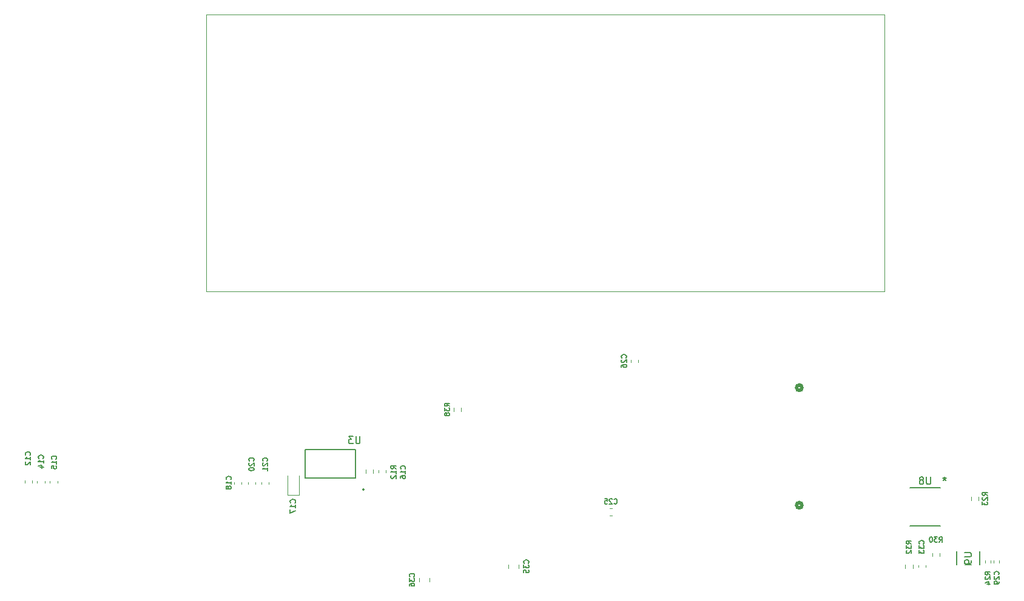
<source format=gbr>
%TF.GenerationSoftware,KiCad,Pcbnew,8.0.6*%
%TF.CreationDate,2025-05-06T15:07:16-04:00*%
%TF.ProjectId,TPC_COLD_HV_PDU,5450435f-434f-44c4-945f-48565f504455,rev?*%
%TF.SameCoordinates,Original*%
%TF.FileFunction,Legend,Bot*%
%TF.FilePolarity,Positive*%
%FSLAX46Y46*%
G04 Gerber Fmt 4.6, Leading zero omitted, Abs format (unit mm)*
G04 Created by KiCad (PCBNEW 8.0.6) date 2025-05-06 15:07:16*
%MOMM*%
%LPD*%
G01*
G04 APERTURE LIST*
%ADD10C,0.150000*%
%ADD11C,0.152400*%
%ADD12C,0.508000*%
%ADD13C,0.120000*%
%ADD14C,0.100000*%
G04 APERTURE END LIST*
D10*
X263024819Y-144118095D02*
X263834342Y-144118095D01*
X263834342Y-144118095D02*
X263929580Y-144165714D01*
X263929580Y-144165714D02*
X263977200Y-144213333D01*
X263977200Y-144213333D02*
X264024819Y-144308571D01*
X264024819Y-144308571D02*
X264024819Y-144499047D01*
X264024819Y-144499047D02*
X263977200Y-144594285D01*
X263977200Y-144594285D02*
X263929580Y-144641904D01*
X263929580Y-144641904D02*
X263834342Y-144689523D01*
X263834342Y-144689523D02*
X263024819Y-144689523D01*
X264024819Y-145213333D02*
X264024819Y-145403809D01*
X264024819Y-145403809D02*
X263977200Y-145499047D01*
X263977200Y-145499047D02*
X263929580Y-145546666D01*
X263929580Y-145546666D02*
X263786723Y-145641904D01*
X263786723Y-145641904D02*
X263596247Y-145689523D01*
X263596247Y-145689523D02*
X263215295Y-145689523D01*
X263215295Y-145689523D02*
X263120057Y-145641904D01*
X263120057Y-145641904D02*
X263072438Y-145594285D01*
X263072438Y-145594285D02*
X263024819Y-145499047D01*
X263024819Y-145499047D02*
X263024819Y-145308571D01*
X263024819Y-145308571D02*
X263072438Y-145213333D01*
X263072438Y-145213333D02*
X263120057Y-145165714D01*
X263120057Y-145165714D02*
X263215295Y-145118095D01*
X263215295Y-145118095D02*
X263453390Y-145118095D01*
X263453390Y-145118095D02*
X263548628Y-145165714D01*
X263548628Y-145165714D02*
X263596247Y-145213333D01*
X263596247Y-145213333D02*
X263643866Y-145308571D01*
X263643866Y-145308571D02*
X263643866Y-145499047D01*
X263643866Y-145499047D02*
X263596247Y-145594285D01*
X263596247Y-145594285D02*
X263548628Y-145641904D01*
X263548628Y-145641904D02*
X263453390Y-145689523D01*
X258331904Y-133544819D02*
X258331904Y-134354342D01*
X258331904Y-134354342D02*
X258284285Y-134449580D01*
X258284285Y-134449580D02*
X258236666Y-134497200D01*
X258236666Y-134497200D02*
X258141428Y-134544819D01*
X258141428Y-134544819D02*
X257950952Y-134544819D01*
X257950952Y-134544819D02*
X257855714Y-134497200D01*
X257855714Y-134497200D02*
X257808095Y-134449580D01*
X257808095Y-134449580D02*
X257760476Y-134354342D01*
X257760476Y-134354342D02*
X257760476Y-133544819D01*
X257141428Y-133973390D02*
X257236666Y-133925771D01*
X257236666Y-133925771D02*
X257284285Y-133878152D01*
X257284285Y-133878152D02*
X257331904Y-133782914D01*
X257331904Y-133782914D02*
X257331904Y-133735295D01*
X257331904Y-133735295D02*
X257284285Y-133640057D01*
X257284285Y-133640057D02*
X257236666Y-133592438D01*
X257236666Y-133592438D02*
X257141428Y-133544819D01*
X257141428Y-133544819D02*
X256950952Y-133544819D01*
X256950952Y-133544819D02*
X256855714Y-133592438D01*
X256855714Y-133592438D02*
X256808095Y-133640057D01*
X256808095Y-133640057D02*
X256760476Y-133735295D01*
X256760476Y-133735295D02*
X256760476Y-133782914D01*
X256760476Y-133782914D02*
X256808095Y-133878152D01*
X256808095Y-133878152D02*
X256855714Y-133925771D01*
X256855714Y-133925771D02*
X256950952Y-133973390D01*
X256950952Y-133973390D02*
X257141428Y-133973390D01*
X257141428Y-133973390D02*
X257236666Y-134021009D01*
X257236666Y-134021009D02*
X257284285Y-134068628D01*
X257284285Y-134068628D02*
X257331904Y-134163866D01*
X257331904Y-134163866D02*
X257331904Y-134354342D01*
X257331904Y-134354342D02*
X257284285Y-134449580D01*
X257284285Y-134449580D02*
X257236666Y-134497200D01*
X257236666Y-134497200D02*
X257141428Y-134544819D01*
X257141428Y-134544819D02*
X256950952Y-134544819D01*
X256950952Y-134544819D02*
X256855714Y-134497200D01*
X256855714Y-134497200D02*
X256808095Y-134449580D01*
X256808095Y-134449580D02*
X256760476Y-134354342D01*
X256760476Y-134354342D02*
X256760476Y-134163866D01*
X256760476Y-134163866D02*
X256808095Y-134068628D01*
X256808095Y-134068628D02*
X256855714Y-134021009D01*
X256855714Y-134021009D02*
X256950952Y-133973390D01*
X260271599Y-133553019D02*
X260271599Y-133791114D01*
X260509694Y-133695876D02*
X260271599Y-133791114D01*
X260271599Y-133791114D02*
X260033504Y-133695876D01*
X260414456Y-133981590D02*
X260271599Y-133791114D01*
X260271599Y-133791114D02*
X260128742Y-133981590D01*
X260271599Y-133553019D02*
X260271599Y-133791114D01*
X260509694Y-133695876D02*
X260271599Y-133791114D01*
X260271599Y-133791114D02*
X260033504Y-133695876D01*
X260414456Y-133981590D02*
X260271599Y-133791114D01*
X260271599Y-133791114D02*
X260128742Y-133981590D01*
X178691904Y-127874819D02*
X178691904Y-128684342D01*
X178691904Y-128684342D02*
X178644285Y-128779580D01*
X178644285Y-128779580D02*
X178596666Y-128827200D01*
X178596666Y-128827200D02*
X178501428Y-128874819D01*
X178501428Y-128874819D02*
X178310952Y-128874819D01*
X178310952Y-128874819D02*
X178215714Y-128827200D01*
X178215714Y-128827200D02*
X178168095Y-128779580D01*
X178168095Y-128779580D02*
X178120476Y-128684342D01*
X178120476Y-128684342D02*
X178120476Y-127874819D01*
X177739523Y-127874819D02*
X177120476Y-127874819D01*
X177120476Y-127874819D02*
X177453809Y-128255771D01*
X177453809Y-128255771D02*
X177310952Y-128255771D01*
X177310952Y-128255771D02*
X177215714Y-128303390D01*
X177215714Y-128303390D02*
X177168095Y-128351009D01*
X177168095Y-128351009D02*
X177120476Y-128446247D01*
X177120476Y-128446247D02*
X177120476Y-128684342D01*
X177120476Y-128684342D02*
X177168095Y-128779580D01*
X177168095Y-128779580D02*
X177215714Y-128827200D01*
X177215714Y-128827200D02*
X177310952Y-128874819D01*
X177310952Y-128874819D02*
X177596666Y-128874819D01*
X177596666Y-128874819D02*
X177691904Y-128827200D01*
X177691904Y-128827200D02*
X177739523Y-128779580D01*
X169627735Y-137147856D02*
X169663450Y-137112142D01*
X169663450Y-137112142D02*
X169699164Y-137004999D01*
X169699164Y-137004999D02*
X169699164Y-136933571D01*
X169699164Y-136933571D02*
X169663450Y-136826428D01*
X169663450Y-136826428D02*
X169592021Y-136754999D01*
X169592021Y-136754999D02*
X169520592Y-136719285D01*
X169520592Y-136719285D02*
X169377735Y-136683571D01*
X169377735Y-136683571D02*
X169270592Y-136683571D01*
X169270592Y-136683571D02*
X169127735Y-136719285D01*
X169127735Y-136719285D02*
X169056307Y-136754999D01*
X169056307Y-136754999D02*
X168984878Y-136826428D01*
X168984878Y-136826428D02*
X168949164Y-136933571D01*
X168949164Y-136933571D02*
X168949164Y-137004999D01*
X168949164Y-137004999D02*
X168984878Y-137112142D01*
X168984878Y-137112142D02*
X169020592Y-137147856D01*
X169699164Y-137862142D02*
X169699164Y-137433571D01*
X169699164Y-137647856D02*
X168949164Y-137647856D01*
X168949164Y-137647856D02*
X169056307Y-137576428D01*
X169056307Y-137576428D02*
X169127735Y-137504999D01*
X169127735Y-137504999D02*
X169163450Y-137433571D01*
X168949164Y-138112142D02*
X168949164Y-138612142D01*
X168949164Y-138612142D02*
X169699164Y-138290714D01*
X266256033Y-136109999D02*
X265922700Y-135876666D01*
X266256033Y-135709999D02*
X265556033Y-135709999D01*
X265556033Y-135709999D02*
X265556033Y-135976666D01*
X265556033Y-135976666D02*
X265589366Y-136043333D01*
X265589366Y-136043333D02*
X265622700Y-136076666D01*
X265622700Y-136076666D02*
X265689366Y-136109999D01*
X265689366Y-136109999D02*
X265789366Y-136109999D01*
X265789366Y-136109999D02*
X265856033Y-136076666D01*
X265856033Y-136076666D02*
X265889366Y-136043333D01*
X265889366Y-136043333D02*
X265922700Y-135976666D01*
X265922700Y-135976666D02*
X265922700Y-135709999D01*
X265622700Y-136376666D02*
X265589366Y-136409999D01*
X265589366Y-136409999D02*
X265556033Y-136476666D01*
X265556033Y-136476666D02*
X265556033Y-136643333D01*
X265556033Y-136643333D02*
X265589366Y-136709999D01*
X265589366Y-136709999D02*
X265622700Y-136743333D01*
X265622700Y-136743333D02*
X265689366Y-136776666D01*
X265689366Y-136776666D02*
X265756033Y-136776666D01*
X265756033Y-136776666D02*
X265856033Y-136743333D01*
X265856033Y-136743333D02*
X266256033Y-136343333D01*
X266256033Y-136343333D02*
X266256033Y-136776666D01*
X265556033Y-137010000D02*
X265556033Y-137443333D01*
X265556033Y-137443333D02*
X265822700Y-137210000D01*
X265822700Y-137210000D02*
X265822700Y-137310000D01*
X265822700Y-137310000D02*
X265856033Y-137376666D01*
X265856033Y-137376666D02*
X265889366Y-137410000D01*
X265889366Y-137410000D02*
X265956033Y-137443333D01*
X265956033Y-137443333D02*
X266122700Y-137443333D01*
X266122700Y-137443333D02*
X266189366Y-137410000D01*
X266189366Y-137410000D02*
X266222700Y-137376666D01*
X266222700Y-137376666D02*
X266256033Y-137310000D01*
X266256033Y-137310000D02*
X266256033Y-137110000D01*
X266256033Y-137110000D02*
X266222700Y-137043333D01*
X266222700Y-137043333D02*
X266189366Y-137010000D01*
X186224366Y-147459999D02*
X186257700Y-147426666D01*
X186257700Y-147426666D02*
X186291033Y-147326666D01*
X186291033Y-147326666D02*
X186291033Y-147259999D01*
X186291033Y-147259999D02*
X186257700Y-147159999D01*
X186257700Y-147159999D02*
X186191033Y-147093333D01*
X186191033Y-147093333D02*
X186124366Y-147059999D01*
X186124366Y-147059999D02*
X185991033Y-147026666D01*
X185991033Y-147026666D02*
X185891033Y-147026666D01*
X185891033Y-147026666D02*
X185757700Y-147059999D01*
X185757700Y-147059999D02*
X185691033Y-147093333D01*
X185691033Y-147093333D02*
X185624366Y-147159999D01*
X185624366Y-147159999D02*
X185591033Y-147259999D01*
X185591033Y-147259999D02*
X185591033Y-147326666D01*
X185591033Y-147326666D02*
X185624366Y-147426666D01*
X185624366Y-147426666D02*
X185657700Y-147459999D01*
X185591033Y-147693333D02*
X185591033Y-148126666D01*
X185591033Y-148126666D02*
X185857700Y-147893333D01*
X185857700Y-147893333D02*
X185857700Y-147993333D01*
X185857700Y-147993333D02*
X185891033Y-148059999D01*
X185891033Y-148059999D02*
X185924366Y-148093333D01*
X185924366Y-148093333D02*
X185991033Y-148126666D01*
X185991033Y-148126666D02*
X186157700Y-148126666D01*
X186157700Y-148126666D02*
X186224366Y-148093333D01*
X186224366Y-148093333D02*
X186257700Y-148059999D01*
X186257700Y-148059999D02*
X186291033Y-147993333D01*
X186291033Y-147993333D02*
X186291033Y-147793333D01*
X186291033Y-147793333D02*
X186257700Y-147726666D01*
X186257700Y-147726666D02*
X186224366Y-147693333D01*
X185591033Y-148726666D02*
X185591033Y-148593333D01*
X185591033Y-148593333D02*
X185624366Y-148526666D01*
X185624366Y-148526666D02*
X185657700Y-148493333D01*
X185657700Y-148493333D02*
X185757700Y-148426666D01*
X185757700Y-148426666D02*
X185891033Y-148393333D01*
X185891033Y-148393333D02*
X186157700Y-148393333D01*
X186157700Y-148393333D02*
X186224366Y-148426666D01*
X186224366Y-148426666D02*
X186257700Y-148460000D01*
X186257700Y-148460000D02*
X186291033Y-148526666D01*
X186291033Y-148526666D02*
X186291033Y-148660000D01*
X186291033Y-148660000D02*
X186257700Y-148726666D01*
X186257700Y-148726666D02*
X186224366Y-148760000D01*
X186224366Y-148760000D02*
X186157700Y-148793333D01*
X186157700Y-148793333D02*
X185991033Y-148793333D01*
X185991033Y-148793333D02*
X185924366Y-148760000D01*
X185924366Y-148760000D02*
X185891033Y-148726666D01*
X185891033Y-148726666D02*
X185857700Y-148660000D01*
X185857700Y-148660000D02*
X185857700Y-148526666D01*
X185857700Y-148526666D02*
X185891033Y-148460000D01*
X185891033Y-148460000D02*
X185924366Y-148426666D01*
X185924366Y-148426666D02*
X185991033Y-148393333D01*
X257339366Y-142874999D02*
X257372700Y-142841666D01*
X257372700Y-142841666D02*
X257406033Y-142741666D01*
X257406033Y-142741666D02*
X257406033Y-142674999D01*
X257406033Y-142674999D02*
X257372700Y-142574999D01*
X257372700Y-142574999D02*
X257306033Y-142508333D01*
X257306033Y-142508333D02*
X257239366Y-142474999D01*
X257239366Y-142474999D02*
X257106033Y-142441666D01*
X257106033Y-142441666D02*
X257006033Y-142441666D01*
X257006033Y-142441666D02*
X256872700Y-142474999D01*
X256872700Y-142474999D02*
X256806033Y-142508333D01*
X256806033Y-142508333D02*
X256739366Y-142574999D01*
X256739366Y-142574999D02*
X256706033Y-142674999D01*
X256706033Y-142674999D02*
X256706033Y-142741666D01*
X256706033Y-142741666D02*
X256739366Y-142841666D01*
X256739366Y-142841666D02*
X256772700Y-142874999D01*
X256706033Y-143108333D02*
X256706033Y-143541666D01*
X256706033Y-143541666D02*
X256972700Y-143308333D01*
X256972700Y-143308333D02*
X256972700Y-143408333D01*
X256972700Y-143408333D02*
X257006033Y-143474999D01*
X257006033Y-143474999D02*
X257039366Y-143508333D01*
X257039366Y-143508333D02*
X257106033Y-143541666D01*
X257106033Y-143541666D02*
X257272700Y-143541666D01*
X257272700Y-143541666D02*
X257339366Y-143508333D01*
X257339366Y-143508333D02*
X257372700Y-143474999D01*
X257372700Y-143474999D02*
X257406033Y-143408333D01*
X257406033Y-143408333D02*
X257406033Y-143208333D01*
X257406033Y-143208333D02*
X257372700Y-143141666D01*
X257372700Y-143141666D02*
X257339366Y-143108333D01*
X256706033Y-143775000D02*
X256706033Y-144208333D01*
X256706033Y-144208333D02*
X256972700Y-143975000D01*
X256972700Y-143975000D02*
X256972700Y-144075000D01*
X256972700Y-144075000D02*
X257006033Y-144141666D01*
X257006033Y-144141666D02*
X257039366Y-144175000D01*
X257039366Y-144175000D02*
X257106033Y-144208333D01*
X257106033Y-144208333D02*
X257272700Y-144208333D01*
X257272700Y-144208333D02*
X257339366Y-144175000D01*
X257339366Y-144175000D02*
X257372700Y-144141666D01*
X257372700Y-144141666D02*
X257406033Y-144075000D01*
X257406033Y-144075000D02*
X257406033Y-143875000D01*
X257406033Y-143875000D02*
X257372700Y-143808333D01*
X257372700Y-143808333D02*
X257339366Y-143775000D01*
X160629366Y-133889999D02*
X160662700Y-133856666D01*
X160662700Y-133856666D02*
X160696033Y-133756666D01*
X160696033Y-133756666D02*
X160696033Y-133689999D01*
X160696033Y-133689999D02*
X160662700Y-133589999D01*
X160662700Y-133589999D02*
X160596033Y-133523333D01*
X160596033Y-133523333D02*
X160529366Y-133489999D01*
X160529366Y-133489999D02*
X160396033Y-133456666D01*
X160396033Y-133456666D02*
X160296033Y-133456666D01*
X160296033Y-133456666D02*
X160162700Y-133489999D01*
X160162700Y-133489999D02*
X160096033Y-133523333D01*
X160096033Y-133523333D02*
X160029366Y-133589999D01*
X160029366Y-133589999D02*
X159996033Y-133689999D01*
X159996033Y-133689999D02*
X159996033Y-133756666D01*
X159996033Y-133756666D02*
X160029366Y-133856666D01*
X160029366Y-133856666D02*
X160062700Y-133889999D01*
X160696033Y-134556666D02*
X160696033Y-134156666D01*
X160696033Y-134356666D02*
X159996033Y-134356666D01*
X159996033Y-134356666D02*
X160096033Y-134289999D01*
X160096033Y-134289999D02*
X160162700Y-134223333D01*
X160162700Y-134223333D02*
X160196033Y-134156666D01*
X160296033Y-134956666D02*
X160262700Y-134890000D01*
X160262700Y-134890000D02*
X160229366Y-134856666D01*
X160229366Y-134856666D02*
X160162700Y-134823333D01*
X160162700Y-134823333D02*
X160129366Y-134823333D01*
X160129366Y-134823333D02*
X160062700Y-134856666D01*
X160062700Y-134856666D02*
X160029366Y-134890000D01*
X160029366Y-134890000D02*
X159996033Y-134956666D01*
X159996033Y-134956666D02*
X159996033Y-135090000D01*
X159996033Y-135090000D02*
X160029366Y-135156666D01*
X160029366Y-135156666D02*
X160062700Y-135190000D01*
X160062700Y-135190000D02*
X160129366Y-135223333D01*
X160129366Y-135223333D02*
X160162700Y-135223333D01*
X160162700Y-135223333D02*
X160229366Y-135190000D01*
X160229366Y-135190000D02*
X160262700Y-135156666D01*
X160262700Y-135156666D02*
X160296033Y-135090000D01*
X160296033Y-135090000D02*
X160296033Y-134956666D01*
X160296033Y-134956666D02*
X160329366Y-134890000D01*
X160329366Y-134890000D02*
X160362700Y-134856666D01*
X160362700Y-134856666D02*
X160429366Y-134823333D01*
X160429366Y-134823333D02*
X160562700Y-134823333D01*
X160562700Y-134823333D02*
X160629366Y-134856666D01*
X160629366Y-134856666D02*
X160662700Y-134890000D01*
X160662700Y-134890000D02*
X160696033Y-134956666D01*
X160696033Y-134956666D02*
X160696033Y-135090000D01*
X160696033Y-135090000D02*
X160662700Y-135156666D01*
X160662700Y-135156666D02*
X160629366Y-135190000D01*
X160629366Y-135190000D02*
X160562700Y-135223333D01*
X160562700Y-135223333D02*
X160429366Y-135223333D01*
X160429366Y-135223333D02*
X160362700Y-135190000D01*
X160362700Y-135190000D02*
X160329366Y-135156666D01*
X160329366Y-135156666D02*
X160296033Y-135090000D01*
X134439366Y-130929999D02*
X134472700Y-130896666D01*
X134472700Y-130896666D02*
X134506033Y-130796666D01*
X134506033Y-130796666D02*
X134506033Y-130729999D01*
X134506033Y-130729999D02*
X134472700Y-130629999D01*
X134472700Y-130629999D02*
X134406033Y-130563333D01*
X134406033Y-130563333D02*
X134339366Y-130529999D01*
X134339366Y-130529999D02*
X134206033Y-130496666D01*
X134206033Y-130496666D02*
X134106033Y-130496666D01*
X134106033Y-130496666D02*
X133972700Y-130529999D01*
X133972700Y-130529999D02*
X133906033Y-130563333D01*
X133906033Y-130563333D02*
X133839366Y-130629999D01*
X133839366Y-130629999D02*
X133806033Y-130729999D01*
X133806033Y-130729999D02*
X133806033Y-130796666D01*
X133806033Y-130796666D02*
X133839366Y-130896666D01*
X133839366Y-130896666D02*
X133872700Y-130929999D01*
X134506033Y-131596666D02*
X134506033Y-131196666D01*
X134506033Y-131396666D02*
X133806033Y-131396666D01*
X133806033Y-131396666D02*
X133906033Y-131329999D01*
X133906033Y-131329999D02*
X133972700Y-131263333D01*
X133972700Y-131263333D02*
X134006033Y-131196666D01*
X134039366Y-132196666D02*
X134506033Y-132196666D01*
X133772700Y-132030000D02*
X134272700Y-131863333D01*
X134272700Y-131863333D02*
X134272700Y-132296666D01*
X191186033Y-123639999D02*
X190852700Y-123406666D01*
X191186033Y-123239999D02*
X190486033Y-123239999D01*
X190486033Y-123239999D02*
X190486033Y-123506666D01*
X190486033Y-123506666D02*
X190519366Y-123573333D01*
X190519366Y-123573333D02*
X190552700Y-123606666D01*
X190552700Y-123606666D02*
X190619366Y-123639999D01*
X190619366Y-123639999D02*
X190719366Y-123639999D01*
X190719366Y-123639999D02*
X190786033Y-123606666D01*
X190786033Y-123606666D02*
X190819366Y-123573333D01*
X190819366Y-123573333D02*
X190852700Y-123506666D01*
X190852700Y-123506666D02*
X190852700Y-123239999D01*
X190486033Y-123873333D02*
X190486033Y-124306666D01*
X190486033Y-124306666D02*
X190752700Y-124073333D01*
X190752700Y-124073333D02*
X190752700Y-124173333D01*
X190752700Y-124173333D02*
X190786033Y-124239999D01*
X190786033Y-124239999D02*
X190819366Y-124273333D01*
X190819366Y-124273333D02*
X190886033Y-124306666D01*
X190886033Y-124306666D02*
X191052700Y-124306666D01*
X191052700Y-124306666D02*
X191119366Y-124273333D01*
X191119366Y-124273333D02*
X191152700Y-124239999D01*
X191152700Y-124239999D02*
X191186033Y-124173333D01*
X191186033Y-124173333D02*
X191186033Y-123973333D01*
X191186033Y-123973333D02*
X191152700Y-123906666D01*
X191152700Y-123906666D02*
X191119366Y-123873333D01*
X190786033Y-124706666D02*
X190752700Y-124640000D01*
X190752700Y-124640000D02*
X190719366Y-124606666D01*
X190719366Y-124606666D02*
X190652700Y-124573333D01*
X190652700Y-124573333D02*
X190619366Y-124573333D01*
X190619366Y-124573333D02*
X190552700Y-124606666D01*
X190552700Y-124606666D02*
X190519366Y-124640000D01*
X190519366Y-124640000D02*
X190486033Y-124706666D01*
X190486033Y-124706666D02*
X190486033Y-124840000D01*
X190486033Y-124840000D02*
X190519366Y-124906666D01*
X190519366Y-124906666D02*
X190552700Y-124940000D01*
X190552700Y-124940000D02*
X190619366Y-124973333D01*
X190619366Y-124973333D02*
X190652700Y-124973333D01*
X190652700Y-124973333D02*
X190719366Y-124940000D01*
X190719366Y-124940000D02*
X190752700Y-124906666D01*
X190752700Y-124906666D02*
X190786033Y-124840000D01*
X190786033Y-124840000D02*
X190786033Y-124706666D01*
X190786033Y-124706666D02*
X190819366Y-124640000D01*
X190819366Y-124640000D02*
X190852700Y-124606666D01*
X190852700Y-124606666D02*
X190919366Y-124573333D01*
X190919366Y-124573333D02*
X191052700Y-124573333D01*
X191052700Y-124573333D02*
X191119366Y-124606666D01*
X191119366Y-124606666D02*
X191152700Y-124640000D01*
X191152700Y-124640000D02*
X191186033Y-124706666D01*
X191186033Y-124706666D02*
X191186033Y-124840000D01*
X191186033Y-124840000D02*
X191152700Y-124906666D01*
X191152700Y-124906666D02*
X191119366Y-124940000D01*
X191119366Y-124940000D02*
X191052700Y-124973333D01*
X191052700Y-124973333D02*
X190919366Y-124973333D01*
X190919366Y-124973333D02*
X190852700Y-124940000D01*
X190852700Y-124940000D02*
X190819366Y-124906666D01*
X190819366Y-124906666D02*
X190786033Y-124840000D01*
X214150000Y-137219366D02*
X214183333Y-137252700D01*
X214183333Y-137252700D02*
X214283333Y-137286033D01*
X214283333Y-137286033D02*
X214350000Y-137286033D01*
X214350000Y-137286033D02*
X214450000Y-137252700D01*
X214450000Y-137252700D02*
X214516667Y-137186033D01*
X214516667Y-137186033D02*
X214550000Y-137119366D01*
X214550000Y-137119366D02*
X214583333Y-136986033D01*
X214583333Y-136986033D02*
X214583333Y-136886033D01*
X214583333Y-136886033D02*
X214550000Y-136752700D01*
X214550000Y-136752700D02*
X214516667Y-136686033D01*
X214516667Y-136686033D02*
X214450000Y-136619366D01*
X214450000Y-136619366D02*
X214350000Y-136586033D01*
X214350000Y-136586033D02*
X214283333Y-136586033D01*
X214283333Y-136586033D02*
X214183333Y-136619366D01*
X214183333Y-136619366D02*
X214150000Y-136652700D01*
X213883333Y-136652700D02*
X213850000Y-136619366D01*
X213850000Y-136619366D02*
X213783333Y-136586033D01*
X213783333Y-136586033D02*
X213616667Y-136586033D01*
X213616667Y-136586033D02*
X213550000Y-136619366D01*
X213550000Y-136619366D02*
X213516667Y-136652700D01*
X213516667Y-136652700D02*
X213483333Y-136719366D01*
X213483333Y-136719366D02*
X213483333Y-136786033D01*
X213483333Y-136786033D02*
X213516667Y-136886033D01*
X213516667Y-136886033D02*
X213916667Y-137286033D01*
X213916667Y-137286033D02*
X213483333Y-137286033D01*
X212850000Y-136586033D02*
X213183333Y-136586033D01*
X213183333Y-136586033D02*
X213216666Y-136919366D01*
X213216666Y-136919366D02*
X213183333Y-136886033D01*
X213183333Y-136886033D02*
X213116666Y-136852700D01*
X213116666Y-136852700D02*
X212950000Y-136852700D01*
X212950000Y-136852700D02*
X212883333Y-136886033D01*
X212883333Y-136886033D02*
X212850000Y-136919366D01*
X212850000Y-136919366D02*
X212816666Y-136986033D01*
X212816666Y-136986033D02*
X212816666Y-137152700D01*
X212816666Y-137152700D02*
X212850000Y-137219366D01*
X212850000Y-137219366D02*
X212883333Y-137252700D01*
X212883333Y-137252700D02*
X212950000Y-137286033D01*
X212950000Y-137286033D02*
X213116666Y-137286033D01*
X213116666Y-137286033D02*
X213183333Y-137252700D01*
X213183333Y-137252700D02*
X213216666Y-137219366D01*
X184969366Y-132399999D02*
X185002700Y-132366666D01*
X185002700Y-132366666D02*
X185036033Y-132266666D01*
X185036033Y-132266666D02*
X185036033Y-132199999D01*
X185036033Y-132199999D02*
X185002700Y-132099999D01*
X185002700Y-132099999D02*
X184936033Y-132033333D01*
X184936033Y-132033333D02*
X184869366Y-131999999D01*
X184869366Y-131999999D02*
X184736033Y-131966666D01*
X184736033Y-131966666D02*
X184636033Y-131966666D01*
X184636033Y-131966666D02*
X184502700Y-131999999D01*
X184502700Y-131999999D02*
X184436033Y-132033333D01*
X184436033Y-132033333D02*
X184369366Y-132099999D01*
X184369366Y-132099999D02*
X184336033Y-132199999D01*
X184336033Y-132199999D02*
X184336033Y-132266666D01*
X184336033Y-132266666D02*
X184369366Y-132366666D01*
X184369366Y-132366666D02*
X184402700Y-132399999D01*
X185036033Y-133066666D02*
X185036033Y-132666666D01*
X185036033Y-132866666D02*
X184336033Y-132866666D01*
X184336033Y-132866666D02*
X184436033Y-132799999D01*
X184436033Y-132799999D02*
X184502700Y-132733333D01*
X184502700Y-132733333D02*
X184536033Y-132666666D01*
X184336033Y-133666666D02*
X184336033Y-133533333D01*
X184336033Y-133533333D02*
X184369366Y-133466666D01*
X184369366Y-133466666D02*
X184402700Y-133433333D01*
X184402700Y-133433333D02*
X184502700Y-133366666D01*
X184502700Y-133366666D02*
X184636033Y-133333333D01*
X184636033Y-133333333D02*
X184902700Y-133333333D01*
X184902700Y-133333333D02*
X184969366Y-133366666D01*
X184969366Y-133366666D02*
X185002700Y-133400000D01*
X185002700Y-133400000D02*
X185036033Y-133466666D01*
X185036033Y-133466666D02*
X185036033Y-133600000D01*
X185036033Y-133600000D02*
X185002700Y-133666666D01*
X185002700Y-133666666D02*
X184969366Y-133700000D01*
X184969366Y-133700000D02*
X184902700Y-133733333D01*
X184902700Y-133733333D02*
X184736033Y-133733333D01*
X184736033Y-133733333D02*
X184669366Y-133700000D01*
X184669366Y-133700000D02*
X184636033Y-133666666D01*
X184636033Y-133666666D02*
X184602700Y-133600000D01*
X184602700Y-133600000D02*
X184602700Y-133466666D01*
X184602700Y-133466666D02*
X184636033Y-133400000D01*
X184636033Y-133400000D02*
X184669366Y-133366666D01*
X184669366Y-133366666D02*
X184736033Y-133333333D01*
X165719366Y-131299999D02*
X165752700Y-131266666D01*
X165752700Y-131266666D02*
X165786033Y-131166666D01*
X165786033Y-131166666D02*
X165786033Y-131099999D01*
X165786033Y-131099999D02*
X165752700Y-130999999D01*
X165752700Y-130999999D02*
X165686033Y-130933333D01*
X165686033Y-130933333D02*
X165619366Y-130899999D01*
X165619366Y-130899999D02*
X165486033Y-130866666D01*
X165486033Y-130866666D02*
X165386033Y-130866666D01*
X165386033Y-130866666D02*
X165252700Y-130899999D01*
X165252700Y-130899999D02*
X165186033Y-130933333D01*
X165186033Y-130933333D02*
X165119366Y-130999999D01*
X165119366Y-130999999D02*
X165086033Y-131099999D01*
X165086033Y-131099999D02*
X165086033Y-131166666D01*
X165086033Y-131166666D02*
X165119366Y-131266666D01*
X165119366Y-131266666D02*
X165152700Y-131299999D01*
X165152700Y-131566666D02*
X165119366Y-131599999D01*
X165119366Y-131599999D02*
X165086033Y-131666666D01*
X165086033Y-131666666D02*
X165086033Y-131833333D01*
X165086033Y-131833333D02*
X165119366Y-131899999D01*
X165119366Y-131899999D02*
X165152700Y-131933333D01*
X165152700Y-131933333D02*
X165219366Y-131966666D01*
X165219366Y-131966666D02*
X165286033Y-131966666D01*
X165286033Y-131966666D02*
X165386033Y-131933333D01*
X165386033Y-131933333D02*
X165786033Y-131533333D01*
X165786033Y-131533333D02*
X165786033Y-131966666D01*
X165786033Y-132633333D02*
X165786033Y-132233333D01*
X165786033Y-132433333D02*
X165086033Y-132433333D01*
X165086033Y-132433333D02*
X165186033Y-132366666D01*
X165186033Y-132366666D02*
X165252700Y-132300000D01*
X165252700Y-132300000D02*
X165286033Y-132233333D01*
X202184366Y-145579999D02*
X202217700Y-145546666D01*
X202217700Y-145546666D02*
X202251033Y-145446666D01*
X202251033Y-145446666D02*
X202251033Y-145379999D01*
X202251033Y-145379999D02*
X202217700Y-145279999D01*
X202217700Y-145279999D02*
X202151033Y-145213333D01*
X202151033Y-145213333D02*
X202084366Y-145179999D01*
X202084366Y-145179999D02*
X201951033Y-145146666D01*
X201951033Y-145146666D02*
X201851033Y-145146666D01*
X201851033Y-145146666D02*
X201717700Y-145179999D01*
X201717700Y-145179999D02*
X201651033Y-145213333D01*
X201651033Y-145213333D02*
X201584366Y-145279999D01*
X201584366Y-145279999D02*
X201551033Y-145379999D01*
X201551033Y-145379999D02*
X201551033Y-145446666D01*
X201551033Y-145446666D02*
X201584366Y-145546666D01*
X201584366Y-145546666D02*
X201617700Y-145579999D01*
X201551033Y-145813333D02*
X201551033Y-146246666D01*
X201551033Y-146246666D02*
X201817700Y-146013333D01*
X201817700Y-146013333D02*
X201817700Y-146113333D01*
X201817700Y-146113333D02*
X201851033Y-146179999D01*
X201851033Y-146179999D02*
X201884366Y-146213333D01*
X201884366Y-146213333D02*
X201951033Y-146246666D01*
X201951033Y-146246666D02*
X202117700Y-146246666D01*
X202117700Y-146246666D02*
X202184366Y-146213333D01*
X202184366Y-146213333D02*
X202217700Y-146179999D01*
X202217700Y-146179999D02*
X202251033Y-146113333D01*
X202251033Y-146113333D02*
X202251033Y-145913333D01*
X202251033Y-145913333D02*
X202217700Y-145846666D01*
X202217700Y-145846666D02*
X202184366Y-145813333D01*
X201551033Y-146880000D02*
X201551033Y-146546666D01*
X201551033Y-146546666D02*
X201884366Y-146513333D01*
X201884366Y-146513333D02*
X201851033Y-146546666D01*
X201851033Y-146546666D02*
X201817700Y-146613333D01*
X201817700Y-146613333D02*
X201817700Y-146780000D01*
X201817700Y-146780000D02*
X201851033Y-146846666D01*
X201851033Y-146846666D02*
X201884366Y-146880000D01*
X201884366Y-146880000D02*
X201951033Y-146913333D01*
X201951033Y-146913333D02*
X202117700Y-146913333D01*
X202117700Y-146913333D02*
X202184366Y-146880000D01*
X202184366Y-146880000D02*
X202217700Y-146846666D01*
X202217700Y-146846666D02*
X202251033Y-146780000D01*
X202251033Y-146780000D02*
X202251033Y-146613333D01*
X202251033Y-146613333D02*
X202217700Y-146546666D01*
X202217700Y-146546666D02*
X202184366Y-146513333D01*
X255646033Y-142874999D02*
X255312700Y-142641666D01*
X255646033Y-142474999D02*
X254946033Y-142474999D01*
X254946033Y-142474999D02*
X254946033Y-142741666D01*
X254946033Y-142741666D02*
X254979366Y-142808333D01*
X254979366Y-142808333D02*
X255012700Y-142841666D01*
X255012700Y-142841666D02*
X255079366Y-142874999D01*
X255079366Y-142874999D02*
X255179366Y-142874999D01*
X255179366Y-142874999D02*
X255246033Y-142841666D01*
X255246033Y-142841666D02*
X255279366Y-142808333D01*
X255279366Y-142808333D02*
X255312700Y-142741666D01*
X255312700Y-142741666D02*
X255312700Y-142474999D01*
X254946033Y-143108333D02*
X254946033Y-143541666D01*
X254946033Y-143541666D02*
X255212700Y-143308333D01*
X255212700Y-143308333D02*
X255212700Y-143408333D01*
X255212700Y-143408333D02*
X255246033Y-143474999D01*
X255246033Y-143474999D02*
X255279366Y-143508333D01*
X255279366Y-143508333D02*
X255346033Y-143541666D01*
X255346033Y-143541666D02*
X255512700Y-143541666D01*
X255512700Y-143541666D02*
X255579366Y-143508333D01*
X255579366Y-143508333D02*
X255612700Y-143474999D01*
X255612700Y-143474999D02*
X255646033Y-143408333D01*
X255646033Y-143408333D02*
X255646033Y-143208333D01*
X255646033Y-143208333D02*
X255612700Y-143141666D01*
X255612700Y-143141666D02*
X255579366Y-143108333D01*
X255012700Y-143808333D02*
X254979366Y-143841666D01*
X254979366Y-143841666D02*
X254946033Y-143908333D01*
X254946033Y-143908333D02*
X254946033Y-144075000D01*
X254946033Y-144075000D02*
X254979366Y-144141666D01*
X254979366Y-144141666D02*
X255012700Y-144175000D01*
X255012700Y-144175000D02*
X255079366Y-144208333D01*
X255079366Y-144208333D02*
X255146033Y-144208333D01*
X255146033Y-144208333D02*
X255246033Y-144175000D01*
X255246033Y-144175000D02*
X255646033Y-143775000D01*
X255646033Y-143775000D02*
X255646033Y-144208333D01*
X259510000Y-142621033D02*
X259743333Y-142287700D01*
X259910000Y-142621033D02*
X259910000Y-141921033D01*
X259910000Y-141921033D02*
X259643333Y-141921033D01*
X259643333Y-141921033D02*
X259576667Y-141954366D01*
X259576667Y-141954366D02*
X259543333Y-141987700D01*
X259543333Y-141987700D02*
X259510000Y-142054366D01*
X259510000Y-142054366D02*
X259510000Y-142154366D01*
X259510000Y-142154366D02*
X259543333Y-142221033D01*
X259543333Y-142221033D02*
X259576667Y-142254366D01*
X259576667Y-142254366D02*
X259643333Y-142287700D01*
X259643333Y-142287700D02*
X259910000Y-142287700D01*
X259276667Y-141921033D02*
X258843333Y-141921033D01*
X258843333Y-141921033D02*
X259076667Y-142187700D01*
X259076667Y-142187700D02*
X258976667Y-142187700D01*
X258976667Y-142187700D02*
X258910000Y-142221033D01*
X258910000Y-142221033D02*
X258876667Y-142254366D01*
X258876667Y-142254366D02*
X258843333Y-142321033D01*
X258843333Y-142321033D02*
X258843333Y-142487700D01*
X258843333Y-142487700D02*
X258876667Y-142554366D01*
X258876667Y-142554366D02*
X258910000Y-142587700D01*
X258910000Y-142587700D02*
X258976667Y-142621033D01*
X258976667Y-142621033D02*
X259176667Y-142621033D01*
X259176667Y-142621033D02*
X259243333Y-142587700D01*
X259243333Y-142587700D02*
X259276667Y-142554366D01*
X258410000Y-141921033D02*
X258343333Y-141921033D01*
X258343333Y-141921033D02*
X258276666Y-141954366D01*
X258276666Y-141954366D02*
X258243333Y-141987700D01*
X258243333Y-141987700D02*
X258210000Y-142054366D01*
X258210000Y-142054366D02*
X258176666Y-142187700D01*
X258176666Y-142187700D02*
X258176666Y-142354366D01*
X258176666Y-142354366D02*
X258210000Y-142487700D01*
X258210000Y-142487700D02*
X258243333Y-142554366D01*
X258243333Y-142554366D02*
X258276666Y-142587700D01*
X258276666Y-142587700D02*
X258343333Y-142621033D01*
X258343333Y-142621033D02*
X258410000Y-142621033D01*
X258410000Y-142621033D02*
X258476666Y-142587700D01*
X258476666Y-142587700D02*
X258510000Y-142554366D01*
X258510000Y-142554366D02*
X258543333Y-142487700D01*
X258543333Y-142487700D02*
X258576666Y-142354366D01*
X258576666Y-142354366D02*
X258576666Y-142187700D01*
X258576666Y-142187700D02*
X258543333Y-142054366D01*
X258543333Y-142054366D02*
X258510000Y-141987700D01*
X258510000Y-141987700D02*
X258476666Y-141954366D01*
X258476666Y-141954366D02*
X258410000Y-141921033D01*
X215799366Y-116879999D02*
X215832700Y-116846666D01*
X215832700Y-116846666D02*
X215866033Y-116746666D01*
X215866033Y-116746666D02*
X215866033Y-116679999D01*
X215866033Y-116679999D02*
X215832700Y-116579999D01*
X215832700Y-116579999D02*
X215766033Y-116513333D01*
X215766033Y-116513333D02*
X215699366Y-116479999D01*
X215699366Y-116479999D02*
X215566033Y-116446666D01*
X215566033Y-116446666D02*
X215466033Y-116446666D01*
X215466033Y-116446666D02*
X215332700Y-116479999D01*
X215332700Y-116479999D02*
X215266033Y-116513333D01*
X215266033Y-116513333D02*
X215199366Y-116579999D01*
X215199366Y-116579999D02*
X215166033Y-116679999D01*
X215166033Y-116679999D02*
X215166033Y-116746666D01*
X215166033Y-116746666D02*
X215199366Y-116846666D01*
X215199366Y-116846666D02*
X215232700Y-116879999D01*
X215232700Y-117146666D02*
X215199366Y-117179999D01*
X215199366Y-117179999D02*
X215166033Y-117246666D01*
X215166033Y-117246666D02*
X215166033Y-117413333D01*
X215166033Y-117413333D02*
X215199366Y-117479999D01*
X215199366Y-117479999D02*
X215232700Y-117513333D01*
X215232700Y-117513333D02*
X215299366Y-117546666D01*
X215299366Y-117546666D02*
X215366033Y-117546666D01*
X215366033Y-117546666D02*
X215466033Y-117513333D01*
X215466033Y-117513333D02*
X215866033Y-117113333D01*
X215866033Y-117113333D02*
X215866033Y-117546666D01*
X215166033Y-118146666D02*
X215166033Y-118013333D01*
X215166033Y-118013333D02*
X215199366Y-117946666D01*
X215199366Y-117946666D02*
X215232700Y-117913333D01*
X215232700Y-117913333D02*
X215332700Y-117846666D01*
X215332700Y-117846666D02*
X215466033Y-117813333D01*
X215466033Y-117813333D02*
X215732700Y-117813333D01*
X215732700Y-117813333D02*
X215799366Y-117846666D01*
X215799366Y-117846666D02*
X215832700Y-117880000D01*
X215832700Y-117880000D02*
X215866033Y-117946666D01*
X215866033Y-117946666D02*
X215866033Y-118080000D01*
X215866033Y-118080000D02*
X215832700Y-118146666D01*
X215832700Y-118146666D02*
X215799366Y-118180000D01*
X215799366Y-118180000D02*
X215732700Y-118213333D01*
X215732700Y-118213333D02*
X215566033Y-118213333D01*
X215566033Y-118213333D02*
X215499366Y-118180000D01*
X215499366Y-118180000D02*
X215466033Y-118146666D01*
X215466033Y-118146666D02*
X215432700Y-118080000D01*
X215432700Y-118080000D02*
X215432700Y-117946666D01*
X215432700Y-117946666D02*
X215466033Y-117880000D01*
X215466033Y-117880000D02*
X215499366Y-117846666D01*
X215499366Y-117846666D02*
X215566033Y-117813333D01*
X183706033Y-132399999D02*
X183372700Y-132166666D01*
X183706033Y-131999999D02*
X183006033Y-131999999D01*
X183006033Y-131999999D02*
X183006033Y-132266666D01*
X183006033Y-132266666D02*
X183039366Y-132333333D01*
X183039366Y-132333333D02*
X183072700Y-132366666D01*
X183072700Y-132366666D02*
X183139366Y-132399999D01*
X183139366Y-132399999D02*
X183239366Y-132399999D01*
X183239366Y-132399999D02*
X183306033Y-132366666D01*
X183306033Y-132366666D02*
X183339366Y-132333333D01*
X183339366Y-132333333D02*
X183372700Y-132266666D01*
X183372700Y-132266666D02*
X183372700Y-131999999D01*
X183706033Y-133066666D02*
X183706033Y-132666666D01*
X183706033Y-132866666D02*
X183006033Y-132866666D01*
X183006033Y-132866666D02*
X183106033Y-132799999D01*
X183106033Y-132799999D02*
X183172700Y-132733333D01*
X183172700Y-132733333D02*
X183206033Y-132666666D01*
X183072700Y-133333333D02*
X183039366Y-133366666D01*
X183039366Y-133366666D02*
X183006033Y-133433333D01*
X183006033Y-133433333D02*
X183006033Y-133600000D01*
X183006033Y-133600000D02*
X183039366Y-133666666D01*
X183039366Y-133666666D02*
X183072700Y-133700000D01*
X183072700Y-133700000D02*
X183139366Y-133733333D01*
X183139366Y-133733333D02*
X183206033Y-133733333D01*
X183206033Y-133733333D02*
X183306033Y-133700000D01*
X183306033Y-133700000D02*
X183706033Y-133300000D01*
X183706033Y-133300000D02*
X183706033Y-133733333D01*
X163819366Y-131289999D02*
X163852700Y-131256666D01*
X163852700Y-131256666D02*
X163886033Y-131156666D01*
X163886033Y-131156666D02*
X163886033Y-131089999D01*
X163886033Y-131089999D02*
X163852700Y-130989999D01*
X163852700Y-130989999D02*
X163786033Y-130923333D01*
X163786033Y-130923333D02*
X163719366Y-130889999D01*
X163719366Y-130889999D02*
X163586033Y-130856666D01*
X163586033Y-130856666D02*
X163486033Y-130856666D01*
X163486033Y-130856666D02*
X163352700Y-130889999D01*
X163352700Y-130889999D02*
X163286033Y-130923333D01*
X163286033Y-130923333D02*
X163219366Y-130989999D01*
X163219366Y-130989999D02*
X163186033Y-131089999D01*
X163186033Y-131089999D02*
X163186033Y-131156666D01*
X163186033Y-131156666D02*
X163219366Y-131256666D01*
X163219366Y-131256666D02*
X163252700Y-131289999D01*
X163252700Y-131556666D02*
X163219366Y-131589999D01*
X163219366Y-131589999D02*
X163186033Y-131656666D01*
X163186033Y-131656666D02*
X163186033Y-131823333D01*
X163186033Y-131823333D02*
X163219366Y-131889999D01*
X163219366Y-131889999D02*
X163252700Y-131923333D01*
X163252700Y-131923333D02*
X163319366Y-131956666D01*
X163319366Y-131956666D02*
X163386033Y-131956666D01*
X163386033Y-131956666D02*
X163486033Y-131923333D01*
X163486033Y-131923333D02*
X163886033Y-131523333D01*
X163886033Y-131523333D02*
X163886033Y-131956666D01*
X163186033Y-132390000D02*
X163186033Y-132456666D01*
X163186033Y-132456666D02*
X163219366Y-132523333D01*
X163219366Y-132523333D02*
X163252700Y-132556666D01*
X163252700Y-132556666D02*
X163319366Y-132590000D01*
X163319366Y-132590000D02*
X163452700Y-132623333D01*
X163452700Y-132623333D02*
X163619366Y-132623333D01*
X163619366Y-132623333D02*
X163752700Y-132590000D01*
X163752700Y-132590000D02*
X163819366Y-132556666D01*
X163819366Y-132556666D02*
X163852700Y-132523333D01*
X163852700Y-132523333D02*
X163886033Y-132456666D01*
X163886033Y-132456666D02*
X163886033Y-132390000D01*
X163886033Y-132390000D02*
X163852700Y-132323333D01*
X163852700Y-132323333D02*
X163819366Y-132290000D01*
X163819366Y-132290000D02*
X163752700Y-132256666D01*
X163752700Y-132256666D02*
X163619366Y-132223333D01*
X163619366Y-132223333D02*
X163452700Y-132223333D01*
X163452700Y-132223333D02*
X163319366Y-132256666D01*
X163319366Y-132256666D02*
X163252700Y-132290000D01*
X163252700Y-132290000D02*
X163219366Y-132323333D01*
X163219366Y-132323333D02*
X163186033Y-132390000D01*
X267809366Y-147169999D02*
X267842700Y-147136666D01*
X267842700Y-147136666D02*
X267876033Y-147036666D01*
X267876033Y-147036666D02*
X267876033Y-146969999D01*
X267876033Y-146969999D02*
X267842700Y-146869999D01*
X267842700Y-146869999D02*
X267776033Y-146803333D01*
X267776033Y-146803333D02*
X267709366Y-146769999D01*
X267709366Y-146769999D02*
X267576033Y-146736666D01*
X267576033Y-146736666D02*
X267476033Y-146736666D01*
X267476033Y-146736666D02*
X267342700Y-146769999D01*
X267342700Y-146769999D02*
X267276033Y-146803333D01*
X267276033Y-146803333D02*
X267209366Y-146869999D01*
X267209366Y-146869999D02*
X267176033Y-146969999D01*
X267176033Y-146969999D02*
X267176033Y-147036666D01*
X267176033Y-147036666D02*
X267209366Y-147136666D01*
X267209366Y-147136666D02*
X267242700Y-147169999D01*
X267242700Y-147436666D02*
X267209366Y-147469999D01*
X267209366Y-147469999D02*
X267176033Y-147536666D01*
X267176033Y-147536666D02*
X267176033Y-147703333D01*
X267176033Y-147703333D02*
X267209366Y-147769999D01*
X267209366Y-147769999D02*
X267242700Y-147803333D01*
X267242700Y-147803333D02*
X267309366Y-147836666D01*
X267309366Y-147836666D02*
X267376033Y-147836666D01*
X267376033Y-147836666D02*
X267476033Y-147803333D01*
X267476033Y-147803333D02*
X267876033Y-147403333D01*
X267876033Y-147403333D02*
X267876033Y-147836666D01*
X267876033Y-148170000D02*
X267876033Y-148303333D01*
X267876033Y-148303333D02*
X267842700Y-148370000D01*
X267842700Y-148370000D02*
X267809366Y-148403333D01*
X267809366Y-148403333D02*
X267709366Y-148470000D01*
X267709366Y-148470000D02*
X267576033Y-148503333D01*
X267576033Y-148503333D02*
X267309366Y-148503333D01*
X267309366Y-148503333D02*
X267242700Y-148470000D01*
X267242700Y-148470000D02*
X267209366Y-148436666D01*
X267209366Y-148436666D02*
X267176033Y-148370000D01*
X267176033Y-148370000D02*
X267176033Y-148236666D01*
X267176033Y-148236666D02*
X267209366Y-148170000D01*
X267209366Y-148170000D02*
X267242700Y-148136666D01*
X267242700Y-148136666D02*
X267309366Y-148103333D01*
X267309366Y-148103333D02*
X267476033Y-148103333D01*
X267476033Y-148103333D02*
X267542700Y-148136666D01*
X267542700Y-148136666D02*
X267576033Y-148170000D01*
X267576033Y-148170000D02*
X267609366Y-148236666D01*
X267609366Y-148236666D02*
X267609366Y-148370000D01*
X267609366Y-148370000D02*
X267576033Y-148436666D01*
X267576033Y-148436666D02*
X267542700Y-148470000D01*
X267542700Y-148470000D02*
X267476033Y-148503333D01*
X136259366Y-131039999D02*
X136292700Y-131006666D01*
X136292700Y-131006666D02*
X136326033Y-130906666D01*
X136326033Y-130906666D02*
X136326033Y-130839999D01*
X136326033Y-130839999D02*
X136292700Y-130739999D01*
X136292700Y-130739999D02*
X136226033Y-130673333D01*
X136226033Y-130673333D02*
X136159366Y-130639999D01*
X136159366Y-130639999D02*
X136026033Y-130606666D01*
X136026033Y-130606666D02*
X135926033Y-130606666D01*
X135926033Y-130606666D02*
X135792700Y-130639999D01*
X135792700Y-130639999D02*
X135726033Y-130673333D01*
X135726033Y-130673333D02*
X135659366Y-130739999D01*
X135659366Y-130739999D02*
X135626033Y-130839999D01*
X135626033Y-130839999D02*
X135626033Y-130906666D01*
X135626033Y-130906666D02*
X135659366Y-131006666D01*
X135659366Y-131006666D02*
X135692700Y-131039999D01*
X136326033Y-131706666D02*
X136326033Y-131306666D01*
X136326033Y-131506666D02*
X135626033Y-131506666D01*
X135626033Y-131506666D02*
X135726033Y-131439999D01*
X135726033Y-131439999D02*
X135792700Y-131373333D01*
X135792700Y-131373333D02*
X135826033Y-131306666D01*
X135626033Y-132340000D02*
X135626033Y-132006666D01*
X135626033Y-132006666D02*
X135959366Y-131973333D01*
X135959366Y-131973333D02*
X135926033Y-132006666D01*
X135926033Y-132006666D02*
X135892700Y-132073333D01*
X135892700Y-132073333D02*
X135892700Y-132240000D01*
X135892700Y-132240000D02*
X135926033Y-132306666D01*
X135926033Y-132306666D02*
X135959366Y-132340000D01*
X135959366Y-132340000D02*
X136026033Y-132373333D01*
X136026033Y-132373333D02*
X136192700Y-132373333D01*
X136192700Y-132373333D02*
X136259366Y-132340000D01*
X136259366Y-132340000D02*
X136292700Y-132306666D01*
X136292700Y-132306666D02*
X136326033Y-132240000D01*
X136326033Y-132240000D02*
X136326033Y-132073333D01*
X136326033Y-132073333D02*
X136292700Y-132006666D01*
X136292700Y-132006666D02*
X136259366Y-131973333D01*
X132609366Y-130479999D02*
X132642700Y-130446666D01*
X132642700Y-130446666D02*
X132676033Y-130346666D01*
X132676033Y-130346666D02*
X132676033Y-130279999D01*
X132676033Y-130279999D02*
X132642700Y-130179999D01*
X132642700Y-130179999D02*
X132576033Y-130113333D01*
X132576033Y-130113333D02*
X132509366Y-130079999D01*
X132509366Y-130079999D02*
X132376033Y-130046666D01*
X132376033Y-130046666D02*
X132276033Y-130046666D01*
X132276033Y-130046666D02*
X132142700Y-130079999D01*
X132142700Y-130079999D02*
X132076033Y-130113333D01*
X132076033Y-130113333D02*
X132009366Y-130179999D01*
X132009366Y-130179999D02*
X131976033Y-130279999D01*
X131976033Y-130279999D02*
X131976033Y-130346666D01*
X131976033Y-130346666D02*
X132009366Y-130446666D01*
X132009366Y-130446666D02*
X132042700Y-130479999D01*
X132676033Y-131146666D02*
X132676033Y-130746666D01*
X132676033Y-130946666D02*
X131976033Y-130946666D01*
X131976033Y-130946666D02*
X132076033Y-130879999D01*
X132076033Y-130879999D02*
X132142700Y-130813333D01*
X132142700Y-130813333D02*
X132176033Y-130746666D01*
X132042700Y-131413333D02*
X132009366Y-131446666D01*
X132009366Y-131446666D02*
X131976033Y-131513333D01*
X131976033Y-131513333D02*
X131976033Y-131680000D01*
X131976033Y-131680000D02*
X132009366Y-131746666D01*
X132009366Y-131746666D02*
X132042700Y-131780000D01*
X132042700Y-131780000D02*
X132109366Y-131813333D01*
X132109366Y-131813333D02*
X132176033Y-131813333D01*
X132176033Y-131813333D02*
X132276033Y-131780000D01*
X132276033Y-131780000D02*
X132676033Y-131380000D01*
X132676033Y-131380000D02*
X132676033Y-131813333D01*
X266646033Y-147189999D02*
X266312700Y-146956666D01*
X266646033Y-146789999D02*
X265946033Y-146789999D01*
X265946033Y-146789999D02*
X265946033Y-147056666D01*
X265946033Y-147056666D02*
X265979366Y-147123333D01*
X265979366Y-147123333D02*
X266012700Y-147156666D01*
X266012700Y-147156666D02*
X266079366Y-147189999D01*
X266079366Y-147189999D02*
X266179366Y-147189999D01*
X266179366Y-147189999D02*
X266246033Y-147156666D01*
X266246033Y-147156666D02*
X266279366Y-147123333D01*
X266279366Y-147123333D02*
X266312700Y-147056666D01*
X266312700Y-147056666D02*
X266312700Y-146789999D01*
X266012700Y-147456666D02*
X265979366Y-147489999D01*
X265979366Y-147489999D02*
X265946033Y-147556666D01*
X265946033Y-147556666D02*
X265946033Y-147723333D01*
X265946033Y-147723333D02*
X265979366Y-147789999D01*
X265979366Y-147789999D02*
X266012700Y-147823333D01*
X266012700Y-147823333D02*
X266079366Y-147856666D01*
X266079366Y-147856666D02*
X266146033Y-147856666D01*
X266146033Y-147856666D02*
X266246033Y-147823333D01*
X266246033Y-147823333D02*
X266646033Y-147423333D01*
X266646033Y-147423333D02*
X266646033Y-147856666D01*
X266179366Y-148456666D02*
X266646033Y-148456666D01*
X265912700Y-148290000D02*
X266412700Y-148123333D01*
X266412700Y-148123333D02*
X266412700Y-148556666D01*
D11*
%TO.C,U9*%
X265144800Y-145819800D02*
X265144800Y-143940200D01*
X261995200Y-143940200D02*
X261995200Y-145819800D01*
X263181339Y-145819800D02*
X263958661Y-145819800D01*
%TO.C,U8*%
X255432900Y-140333900D02*
X259674700Y-140333900D01*
X259674700Y-135076100D02*
X255432900Y-135076100D01*
%TO.C,U3*%
X178029800Y-133641200D02*
X178029800Y-129678800D01*
X171070200Y-133641200D02*
X178029800Y-133641200D01*
X178029800Y-129678800D02*
X171070200Y-129678800D01*
X171070200Y-129678800D02*
X171070200Y-133641200D01*
X179299800Y-135304900D02*
G75*
G02*
X179045800Y-135304900I-127000J0D01*
G01*
X179045800Y-135304900D02*
G75*
G02*
X179299800Y-135304900I127000J0D01*
G01*
D12*
%TO.C,P2*%
X240381000Y-121055600D02*
G75*
G02*
X239619000Y-121055600I-381000J0D01*
G01*
X239619000Y-121055600D02*
G75*
G02*
X240381000Y-121055600I381000J0D01*
G01*
%TO.C,P1*%
X240381000Y-137485400D02*
G75*
G02*
X239619000Y-137485400I-381000J0D01*
G01*
X239619000Y-137485400D02*
G75*
G02*
X240381000Y-137485400I381000J0D01*
G01*
D13*
%TO.C,C17*%
X168595000Y-136030000D02*
X170165000Y-136030000D01*
X168595000Y-133320000D02*
X168595000Y-136030000D01*
X170165000Y-136030000D02*
X170165000Y-133320000D01*
%TO.C,U1*%
D14*
X157258000Y-68935000D02*
X251858000Y-68935000D01*
X251858000Y-107635000D01*
X157258000Y-107635000D01*
X157258000Y-68935000D01*
D13*
%TO.C,R23*%
X263987500Y-136322742D02*
X263987500Y-136797258D01*
X265032500Y-136322742D02*
X265032500Y-136797258D01*
%TO.C,C36*%
X186920000Y-148171252D02*
X186920000Y-147648748D01*
X188390000Y-148171252D02*
X188390000Y-147648748D01*
%TO.C,C33*%
X256620000Y-145854420D02*
X256620000Y-146135580D01*
X257640000Y-145854420D02*
X257640000Y-146135580D01*
%TO.C,C18*%
X161140000Y-134239420D02*
X161140000Y-134520580D01*
X162160000Y-134239420D02*
X162160000Y-134520580D01*
%TO.C,C14*%
X133650000Y-134069420D02*
X133650000Y-134350580D01*
X134670000Y-134069420D02*
X134670000Y-134350580D01*
%TO.C,R38*%
X191777500Y-124327258D02*
X191777500Y-123852742D01*
X192822500Y-124327258D02*
X192822500Y-123852742D01*
%TO.C,C25*%
X213559420Y-137890000D02*
X213840580Y-137890000D01*
X213559420Y-138910000D02*
X213840580Y-138910000D01*
%TO.C,C16*%
X181300000Y-132619420D02*
X181300000Y-132900580D01*
X182320000Y-132619420D02*
X182320000Y-132900580D01*
%TO.C,C21*%
X164960000Y-134249420D02*
X164960000Y-134530580D01*
X165980000Y-134249420D02*
X165980000Y-134530580D01*
%TO.C,C35*%
X199380000Y-146291252D02*
X199380000Y-145768748D01*
X200850000Y-146291252D02*
X200850000Y-145768748D01*
%TO.C,R32*%
X254807500Y-146272258D02*
X254807500Y-145797742D01*
X255852500Y-146272258D02*
X255852500Y-145797742D01*
%TO.C,R30*%
X258547500Y-144632258D02*
X258547500Y-144157742D01*
X259592500Y-144632258D02*
X259592500Y-144157742D01*
%TO.C,C26*%
X216470000Y-117470580D02*
X216470000Y-117189420D01*
X217490000Y-117470580D02*
X217490000Y-117189420D01*
%TO.C,R12*%
X179497500Y-132502742D02*
X179497500Y-132977258D01*
X180542500Y-132502742D02*
X180542500Y-132977258D01*
%TO.C,C20*%
X163040000Y-134239420D02*
X163040000Y-134520580D01*
X164060000Y-134239420D02*
X164060000Y-134520580D01*
%TO.C,C29*%
X267170000Y-145236359D02*
X267170000Y-145543641D01*
X267930000Y-145236359D02*
X267930000Y-145543641D01*
%TO.C,C15*%
X135430000Y-134079420D02*
X135430000Y-134360580D01*
X136450000Y-134079420D02*
X136450000Y-134360580D01*
%TO.C,C12*%
X131910000Y-134059420D02*
X131910000Y-134340580D01*
X132930000Y-134059420D02*
X132930000Y-134340580D01*
%TO.C,R24*%
X265910000Y-145543641D02*
X265910000Y-145236359D01*
X266670000Y-145543641D02*
X266670000Y-145236359D01*
%TD*%
M02*

</source>
